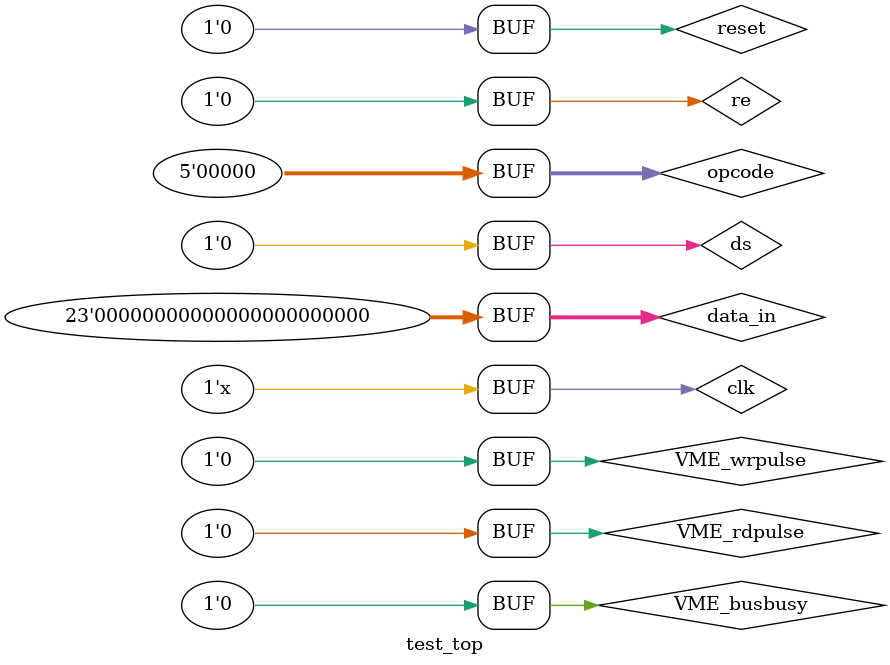
<source format=v>
`timescale 1ns / 1ps


module test_top;

	// Inputs
	reg [4:0] opcode;
	reg [22:0] data_in;
	reg clk;
	reg ds;
	reg reset;
	reg re;
	reg VME_wrpulse;
	reg VME_rdpulse;
	reg VME_busbusy;

	// Outputs
	wire hold;
	wire [9:0] data_count;
	wire empty;
	wire [22:0] data_out;
	wire clock_out;
	wire hold_out;
	wire ds_out;
	wire valid;
	wire dv_out;
	wire locked;
	wire VME_dv;
	wire makeadd_en_out;
	wire [13:0] Coeff_VME_bus_out;
	wire coeff_en_out;
	wire coeff_ram_we_out;
	wire [13:0] reg48_out;
	wire [19:0] debug;

	// Bidirs
	wire [33:0] VME_bus;

	// Instantiate the Unit Under Test (UUT)
	top uut (
		.opcode(opcode), 
		.data_in(data_in), 
		.hold(hold), 
		.clk(clk), 
		.data_count(data_count), 
		.empty(empty), 
		.ds(ds), 
		.reset(reset), 
		.data_out(data_out), 
		.clock_out(clock_out), 
		.hold_out(hold_out), 
		.ds_out(ds_out), 
		.re(re), 
		.valid(valid), 
		.dv_out(dv_out), 
		.locked(locked), 
		.VME_bus(VME_bus), 
		.VME_wrpulse(VME_wrpulse), 
		.VME_rdpulse(VME_rdpulse), 
		.VME_busbusy(VME_busbusy), 
		.VME_dv(VME_dv), 
		.makeadd_en_out(makeadd_en_out), 
		.Coeff_VME_bus_out(Coeff_VME_bus_out), 
		.coeff_en_out(coeff_en_out), 
		.coeff_ram_we_out(coeff_ram_we_out), 
		.reg48_out(reg48_out), 
		.debug(debug)
	);

	initial begin
		// Initialize Inputs
		opcode = 0;
		data_in = 0;
		clk = 0;
		ds = 0;
		reset = 0;
		re = 0;
		VME_wrpulse = 0;
		VME_rdpulse = 0;
		VME_busbusy = 0;

		// Wait 100 ns for global reset to finish
		#100;
        
		// Add stimulus here

	end
	
	always begin
		#12.5 clk = ~clk;
	end
      
endmodule


</source>
